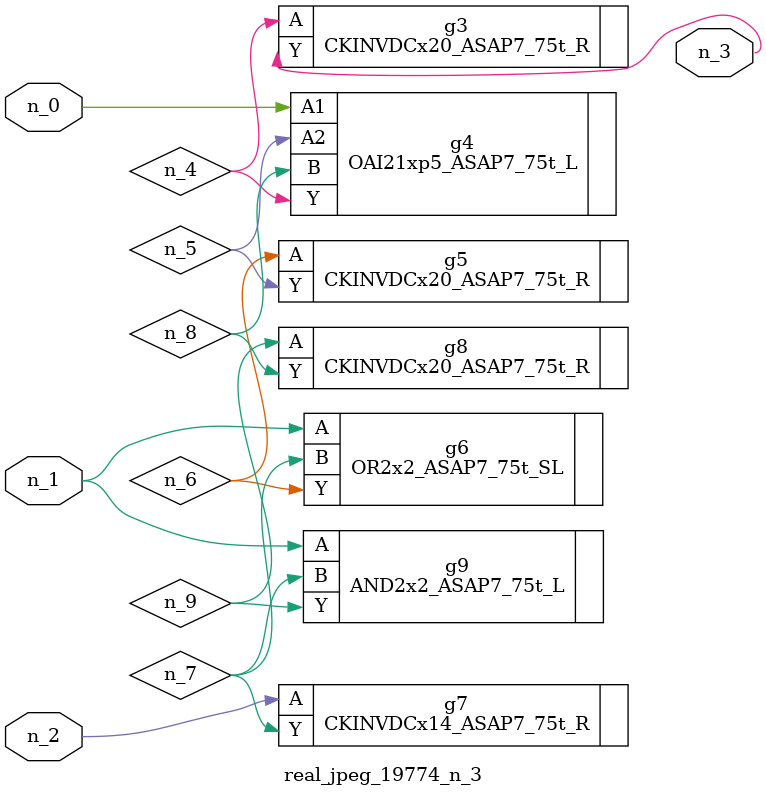
<source format=v>
module real_jpeg_19774_n_3 (n_1, n_0, n_2, n_3);

input n_1;
input n_0;
input n_2;

output n_3;

wire n_5;
wire n_8;
wire n_4;
wire n_6;
wire n_7;
wire n_9;

OAI21xp5_ASAP7_75t_L g4 ( 
.A1(n_0),
.A2(n_5),
.B(n_8),
.Y(n_4)
);

OR2x2_ASAP7_75t_SL g6 ( 
.A(n_1),
.B(n_7),
.Y(n_6)
);

AND2x2_ASAP7_75t_L g9 ( 
.A(n_1),
.B(n_7),
.Y(n_9)
);

CKINVDCx14_ASAP7_75t_R g7 ( 
.A(n_2),
.Y(n_7)
);

CKINVDCx20_ASAP7_75t_R g3 ( 
.A(n_4),
.Y(n_3)
);

CKINVDCx20_ASAP7_75t_R g5 ( 
.A(n_6),
.Y(n_5)
);

CKINVDCx20_ASAP7_75t_R g8 ( 
.A(n_9),
.Y(n_8)
);


endmodule
</source>
